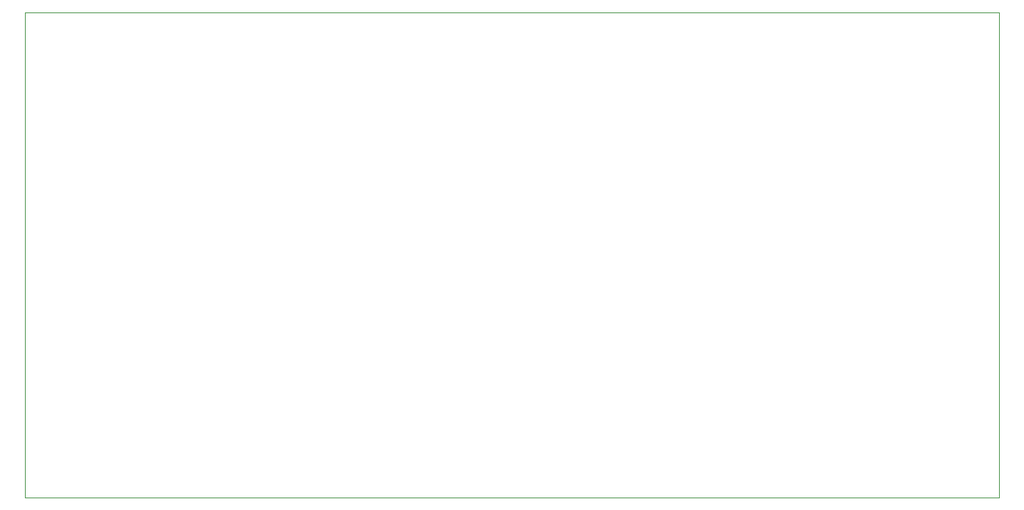
<source format=gbr>
%TF.GenerationSoftware,KiCad,Pcbnew,7.0.11+dfsg-1build4*%
%TF.CreationDate,2024-07-19T16:51:48+02:00*%
%TF.ProjectId,antmicro-poe-to-usbc-pd-adapter,616e746d-6963-4726-9f2d-706f652d746f,rev?*%
%TF.SameCoordinates,Original*%
%TF.FileFunction,Profile,NP*%
%FSLAX46Y46*%
G04 Gerber Fmt 4.6, Leading zero omitted, Abs format (unit mm)*
G04 Created by KiCad (PCBNEW 7.0.11+dfsg-1build4) date 2024-07-19 16:51:48 commit  9a9195e *
%MOMM*%
%LPD*%
G01*
G04 APERTURE LIST*
%TA.AperFunction,Profile*%
%ADD10C,0.120000*%
%TD*%
G04 APERTURE END LIST*
D10*
X128500000Y-124000000D02*
X240900000Y-124000000D01*
X240900000Y-180000000D01*
X128500000Y-180000000D01*
X128500000Y-124000000D01*
M02*

</source>
